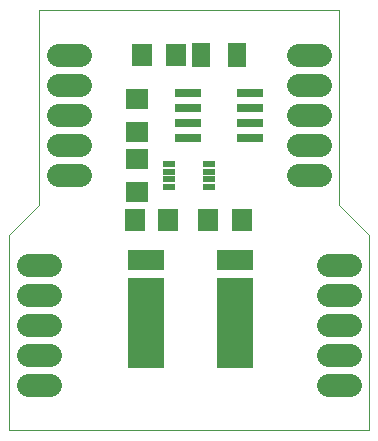
<source format=gts>
G75*
%MOIN*%
%OFA0B0*%
%FSLAX24Y24*%
%IPPOS*%
%LPD*%
%AMOC8*
5,1,8,0,0,1.08239X$1,22.5*
%
%ADD10C,0.0000*%
%ADD11R,0.0394X0.0217*%
%ADD12R,0.0906X0.0276*%
%ADD13R,0.1201X0.0701*%
%ADD14R,0.1201X0.3040*%
%ADD15R,0.0670X0.0750*%
%ADD16R,0.0750X0.0670*%
%ADD17R,0.0631X0.0827*%
%ADD18C,0.0780*%
D10*
X000160Y000660D02*
X000160Y007160D01*
X001160Y008160D01*
X001160Y014660D01*
X011160Y014660D01*
X011160Y008160D01*
X012160Y007160D01*
X012160Y000660D01*
X000160Y000660D01*
D11*
X005485Y008776D03*
X005485Y009032D03*
X005485Y009288D03*
X005485Y009544D03*
X006835Y009544D03*
X006835Y009288D03*
X006835Y009032D03*
X006835Y008776D03*
D12*
X006136Y010410D03*
X006136Y010910D03*
X006136Y011410D03*
X006136Y011910D03*
X008184Y011910D03*
X008184Y011410D03*
X008184Y010910D03*
X008184Y010410D03*
D13*
X007682Y006329D03*
X004741Y006329D03*
D14*
X004741Y004258D03*
X007682Y004258D03*
D15*
X007920Y007660D03*
X006800Y007660D03*
X005470Y007660D03*
X004350Y007660D03*
X004600Y013160D03*
X005720Y013160D03*
D16*
X004410Y011720D03*
X004410Y010600D03*
X004410Y009720D03*
X004410Y008600D03*
D17*
X006569Y013160D03*
X007751Y013160D03*
D18*
X009790Y013160D02*
X010530Y013160D01*
X010530Y012160D02*
X009790Y012160D01*
X009790Y011160D02*
X010530Y011160D01*
X010530Y010160D02*
X009790Y010160D01*
X009790Y009160D02*
X010530Y009160D01*
X010790Y006160D02*
X011530Y006160D01*
X011530Y005160D02*
X010790Y005160D01*
X010790Y004160D02*
X011530Y004160D01*
X011530Y003160D02*
X010790Y003160D01*
X010790Y002160D02*
X011530Y002160D01*
X002530Y009160D02*
X001790Y009160D01*
X001790Y010160D02*
X002530Y010160D01*
X002530Y011160D02*
X001790Y011160D01*
X001790Y012160D02*
X002530Y012160D01*
X002530Y013160D02*
X001790Y013160D01*
X001530Y006160D02*
X000790Y006160D01*
X000790Y005160D02*
X001530Y005160D01*
X001530Y004160D02*
X000790Y004160D01*
X000790Y003160D02*
X001530Y003160D01*
X001530Y002160D02*
X000790Y002160D01*
M02*

</source>
